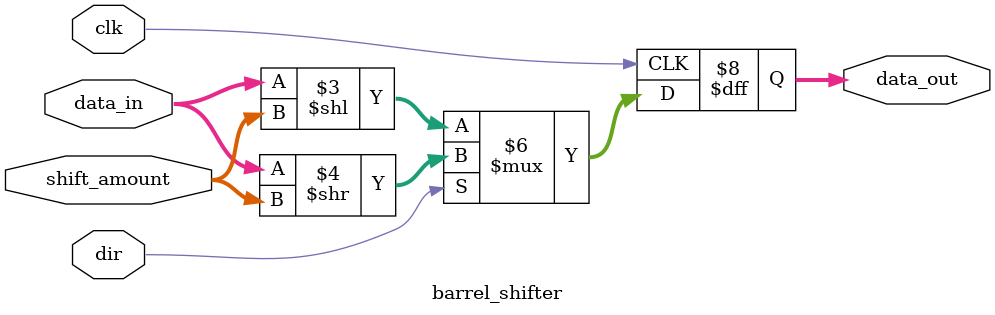
<source format=v>

module barrel_shifter(
    input [31:0] data_in,
    input [4:0] shift_amount,
    input dir, // 0 for left, 1 for right
    output reg [31:0] data_out,
    input clk
);
    always @(posedge clk) begin
        if (dir == 0) // Left shift
            data_out <= data_in << shift_amount;
        else // Right shift
            data_out <= data_in >> shift_amount;
    end
endmodule

</source>
